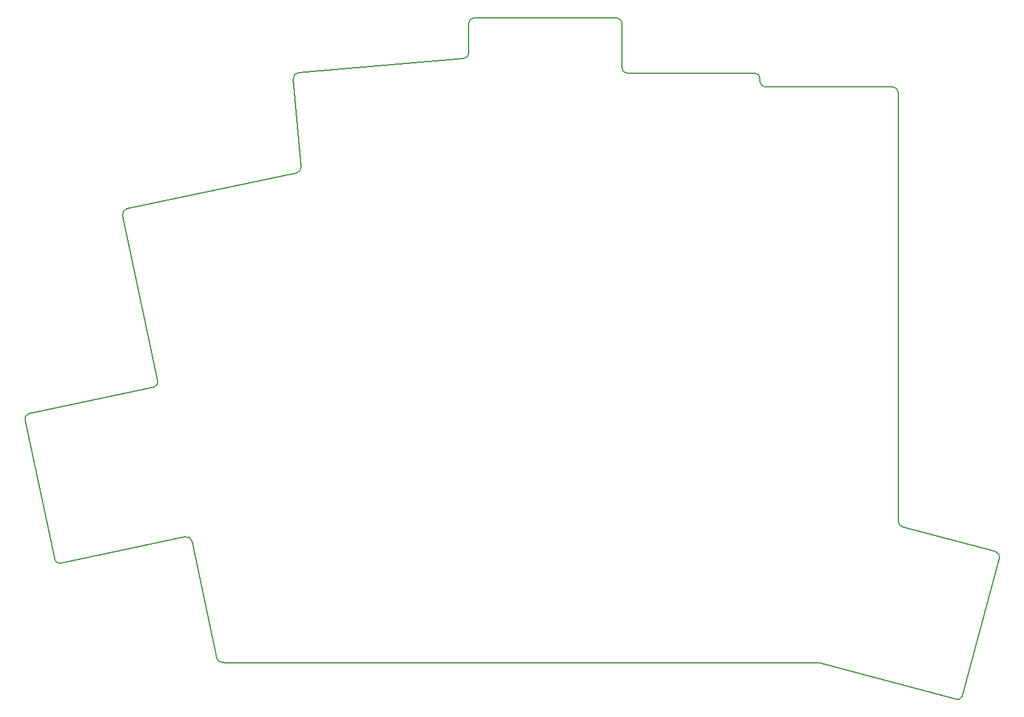
<source format=gbr>
%TF.GenerationSoftware,KiCad,Pcbnew,8.0.4*%
%TF.CreationDate,2024-11-28T23:07:48+01:00*%
%TF.ProjectId,reversible_split,72657665-7273-4696-926c-655f73706c69,v1.0.0*%
%TF.SameCoordinates,Original*%
%TF.FileFunction,Profile,NP*%
%FSLAX46Y46*%
G04 Gerber Fmt 4.6, Leading zero omitted, Abs format (unit mm)*
G04 Created by KiCad (PCBNEW 8.0.4) date 2024-11-28 23:07:48*
%MOMM*%
%LPD*%
G01*
G04 APERTURE LIST*
%TA.AperFunction,Profile*%
%ADD10C,0.150000*%
%TD*%
G04 APERTURE END LIST*
D10*
X219320964Y-129655522D02*
G75*
G02*
X219515085Y-129681063I36J-750178D01*
G01*
X147131717Y-49309230D02*
X148193363Y-61443899D01*
X239160702Y-134168649D02*
G75*
G02*
X238242146Y-134698974I-724402J194049D01*
G01*
X115175811Y-115973840D02*
X132293389Y-112335388D01*
X171249989Y-45759045D02*
X171249992Y-41680524D01*
X128494532Y-90855839D02*
G75*
G02*
X127916858Y-91745433I-733632J-155961D01*
G01*
X219515081Y-129681077D02*
X238242144Y-134698980D01*
X230855875Y-110927274D02*
G75*
G02*
X230300020Y-110202828I194325J724574D01*
G01*
X137569988Y-129608021D02*
X137569989Y-129655522D01*
X191549990Y-40930521D02*
X171999991Y-40930524D01*
X243690282Y-114366237D02*
G75*
G02*
X244220637Y-115284805I-194282J-724563D01*
G01*
X147813494Y-48496722D02*
X170565355Y-46506190D01*
X171249992Y-41680524D02*
G75*
G02*
X171999991Y-40930492I750008J24D01*
G01*
X124235138Y-67209689D02*
X147602151Y-62242880D01*
X192299992Y-47800523D02*
X192299991Y-41680521D01*
X210549992Y-48550523D02*
X193049993Y-48550521D01*
X147131717Y-49309230D02*
G75*
G02*
X147813493Y-48496706I747083J65430D01*
G01*
X193049993Y-48550521D02*
G75*
G02*
X192299979Y-47800523I7J750021D01*
G01*
X230299992Y-110202828D02*
X230299987Y-51205523D01*
X123657464Y-68099236D02*
G75*
G02*
X124235134Y-67209670I733636J155936D01*
G01*
X115175811Y-115973840D02*
G75*
G02*
X114286346Y-115396147I-155911J733540D01*
G01*
X191549990Y-40930521D02*
G75*
G02*
X192299979Y-41680521I10J-749979D01*
G01*
X211299991Y-49705521D02*
X211299993Y-49300524D01*
X137338894Y-129608022D02*
X137569988Y-129608021D01*
X123657464Y-68099236D02*
X128494532Y-90855839D01*
X127916847Y-91745383D02*
X110799269Y-95383837D01*
X210549992Y-48550523D02*
G75*
G02*
X211299977Y-49300524I8J-749977D01*
G01*
X239160702Y-134168649D02*
X244220610Y-115284798D01*
X212049993Y-50455524D02*
G75*
G02*
X211299976Y-49705521I7J750024D01*
G01*
X137338894Y-129608022D02*
G75*
G02*
X136605273Y-129013961I6J750022D01*
G01*
X110221591Y-96273382D02*
G75*
G02*
X110799282Y-95383899I733609J155882D01*
G01*
X171249989Y-45759045D02*
G75*
G02*
X170565359Y-46506236I-749989J-55D01*
G01*
X229549990Y-50455519D02*
X212049993Y-50455524D01*
X110221591Y-96273382D02*
X114286261Y-115396165D01*
X229549990Y-50455519D02*
G75*
G02*
X230299981Y-51205523I10J-749981D01*
G01*
X137569989Y-129655522D02*
X219320964Y-129655522D01*
X132293389Y-112335388D02*
G75*
G02*
X133182908Y-112913072I155911J-733612D01*
G01*
X133182933Y-112913067D02*
X136605283Y-129013959D01*
X148193363Y-61443899D02*
G75*
G02*
X147602161Y-62242925I-747163J-65401D01*
G01*
X243690282Y-114366237D02*
X230855875Y-110927274D01*
M02*

</source>
